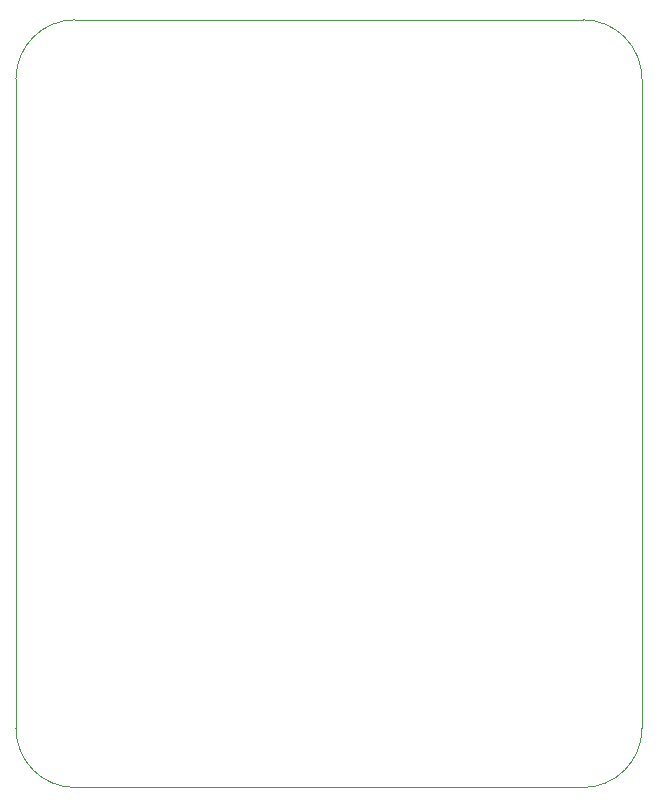
<source format=gbr>
%TF.GenerationSoftware,KiCad,Pcbnew,8.0.2*%
%TF.CreationDate,2024-05-18T00:20:58-06:00*%
%TF.ProjectId,VacuumATM_wCoinDispenser,56616375-756d-4415-944d-5f77436f696e,rev?*%
%TF.SameCoordinates,Original*%
%TF.FileFunction,Profile,NP*%
%FSLAX46Y46*%
G04 Gerber Fmt 4.6, Leading zero omitted, Abs format (unit mm)*
G04 Created by KiCad (PCBNEW 8.0.2) date 2024-05-18 00:20:58*
%MOMM*%
%LPD*%
G01*
G04 APERTURE LIST*
%TA.AperFunction,Profile*%
%ADD10C,0.050000*%
%TD*%
G04 APERTURE END LIST*
D10*
X104714286Y-126390000D02*
X104714286Y-71390000D01*
X109714286Y-66390000D02*
X152714286Y-66390000D01*
X152714286Y-131390000D02*
X109714286Y-131390000D01*
X157714286Y-71390000D02*
X157714286Y-126390000D01*
X104714286Y-71390000D02*
G75*
G02*
X109714286Y-66389986I5000014J0D01*
G01*
X109714286Y-131390000D02*
G75*
G02*
X104714300Y-126390000I14J5000000D01*
G01*
X152714286Y-66390000D02*
G75*
G02*
X157714300Y-71390000I14J-5000000D01*
G01*
X157714286Y-126390000D02*
G75*
G02*
X152714286Y-131389986I-4999986J0D01*
G01*
M02*

</source>
